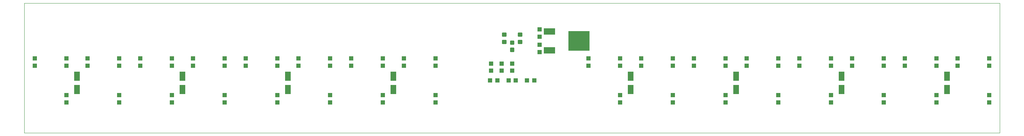
<source format=gtp>
G75*
%MOIN*%
%OFA0B0*%
%FSLAX25Y25*%
%IPPOS*%
%LPD*%
%AMOC8*
5,1,8,0,0,1.08239X$1,22.5*
%
%ADD10C,0.00000*%
%ADD11R,0.04252X0.04134*%
%ADD12R,0.04134X0.04252*%
%ADD13R,0.05512X0.08661*%
%ADD14R,0.11024X0.06299*%
%ADD15R,0.20437X0.19000*%
%ADD16R,0.04331X0.03937*%
%ADD17C,0.01181*%
D10*
X0003500Y0050642D02*
X0003500Y0174343D01*
X0928421Y0174343D01*
X0928421Y0050642D01*
X0003500Y0050642D01*
D11*
X0043500Y0079697D03*
X0043500Y0086587D03*
X0093500Y0086587D03*
X0093500Y0079697D03*
X0143500Y0079697D03*
X0143500Y0086587D03*
X0193500Y0086587D03*
X0193500Y0079697D03*
X0243500Y0079697D03*
X0243500Y0086587D03*
X0293500Y0086587D03*
X0293500Y0079697D03*
X0343500Y0079697D03*
X0343500Y0086587D03*
X0393500Y0086587D03*
X0393500Y0079697D03*
X0568500Y0079697D03*
X0568500Y0086587D03*
X0618500Y0086587D03*
X0618500Y0079697D03*
X0668500Y0079697D03*
X0668500Y0086587D03*
X0718500Y0086587D03*
X0718500Y0079697D03*
X0768500Y0079697D03*
X0768500Y0086587D03*
X0818500Y0086587D03*
X0818500Y0079697D03*
X0868500Y0079697D03*
X0868500Y0086587D03*
X0918500Y0086587D03*
X0918500Y0079697D03*
X0918500Y0114697D03*
X0888500Y0114697D03*
X0868500Y0114697D03*
X0868500Y0121587D03*
X0888500Y0121587D03*
X0918500Y0121587D03*
X0838500Y0121587D03*
X0818500Y0121587D03*
X0788500Y0121587D03*
X0768500Y0121587D03*
X0738500Y0121587D03*
X0718500Y0121587D03*
X0718500Y0114697D03*
X0738500Y0114697D03*
X0768500Y0114697D03*
X0788500Y0114697D03*
X0818500Y0114697D03*
X0838500Y0114697D03*
X0688500Y0114697D03*
X0668500Y0114697D03*
X0638500Y0114697D03*
X0618500Y0114697D03*
X0588500Y0114697D03*
X0568500Y0114697D03*
X0538500Y0114697D03*
X0538500Y0121587D03*
X0568500Y0121587D03*
X0588500Y0121587D03*
X0618500Y0121587D03*
X0638500Y0121587D03*
X0668500Y0121587D03*
X0688500Y0121587D03*
X0492000Y0127697D03*
X0492000Y0134587D03*
X0492000Y0142197D03*
X0492000Y0149087D03*
X0393500Y0121587D03*
X0363500Y0121587D03*
X0343500Y0121587D03*
X0313500Y0121587D03*
X0293500Y0121587D03*
X0263500Y0121587D03*
X0243500Y0121587D03*
X0243500Y0114697D03*
X0263500Y0114697D03*
X0293500Y0114697D03*
X0313500Y0114697D03*
X0343500Y0114697D03*
X0363500Y0114697D03*
X0393500Y0114697D03*
X0213500Y0114697D03*
X0193500Y0114697D03*
X0163500Y0114697D03*
X0143500Y0114697D03*
X0113500Y0114697D03*
X0093500Y0114697D03*
X0093500Y0121587D03*
X0113500Y0121587D03*
X0143500Y0121587D03*
X0163500Y0121587D03*
X0193500Y0121587D03*
X0213500Y0121587D03*
X0063500Y0121587D03*
X0043500Y0121587D03*
X0013500Y0121587D03*
X0013500Y0114697D03*
X0043500Y0114697D03*
X0063500Y0114697D03*
D12*
X0445055Y0100642D03*
X0451945Y0100642D03*
X0462555Y0100642D03*
X0469445Y0100642D03*
X0480055Y0100642D03*
X0486945Y0100642D03*
D13*
X0578500Y0104441D03*
X0578500Y0091843D03*
X0678500Y0091843D03*
X0678500Y0104441D03*
X0778500Y0104441D03*
X0778500Y0091843D03*
X0878500Y0091843D03*
X0878500Y0104441D03*
X0353500Y0104441D03*
X0353500Y0091843D03*
X0253500Y0091843D03*
X0253500Y0104441D03*
X0153500Y0104441D03*
X0153500Y0091843D03*
X0053500Y0091843D03*
X0053500Y0104441D03*
D14*
X0501344Y0129166D03*
X0501344Y0147118D03*
D15*
X0529252Y0138142D03*
D16*
X0466000Y0116489D03*
X0456000Y0116489D03*
X0446000Y0116489D03*
X0446000Y0109796D03*
X0456000Y0109796D03*
X0466000Y0109796D03*
D17*
X0464622Y0131067D02*
X0467378Y0131067D01*
X0467378Y0128311D01*
X0464622Y0128311D01*
X0464622Y0131067D01*
X0464622Y0129491D02*
X0467378Y0129491D01*
X0467378Y0130671D02*
X0464622Y0130671D01*
X0464622Y0137973D02*
X0467378Y0137973D01*
X0467378Y0135217D01*
X0464622Y0135217D01*
X0464622Y0137973D01*
X0464622Y0136397D02*
X0467378Y0136397D01*
X0467378Y0137577D02*
X0464622Y0137577D01*
X0459878Y0135811D02*
X0457122Y0135811D01*
X0457122Y0138567D01*
X0459878Y0138567D01*
X0459878Y0135811D01*
X0459878Y0136991D02*
X0457122Y0136991D01*
X0457122Y0138171D02*
X0459878Y0138171D01*
X0472122Y0135811D02*
X0474878Y0135811D01*
X0472122Y0135811D02*
X0472122Y0138567D01*
X0474878Y0138567D01*
X0474878Y0135811D01*
X0474878Y0136991D02*
X0472122Y0136991D01*
X0472122Y0138171D02*
X0474878Y0138171D01*
X0474878Y0142717D02*
X0472122Y0142717D01*
X0472122Y0145473D01*
X0474878Y0145473D01*
X0474878Y0142717D01*
X0474878Y0143897D02*
X0472122Y0143897D01*
X0472122Y0145077D02*
X0474878Y0145077D01*
X0459878Y0142717D02*
X0457122Y0142717D01*
X0457122Y0145473D01*
X0459878Y0145473D01*
X0459878Y0142717D01*
X0459878Y0143897D02*
X0457122Y0143897D01*
X0457122Y0145077D02*
X0459878Y0145077D01*
M02*

</source>
